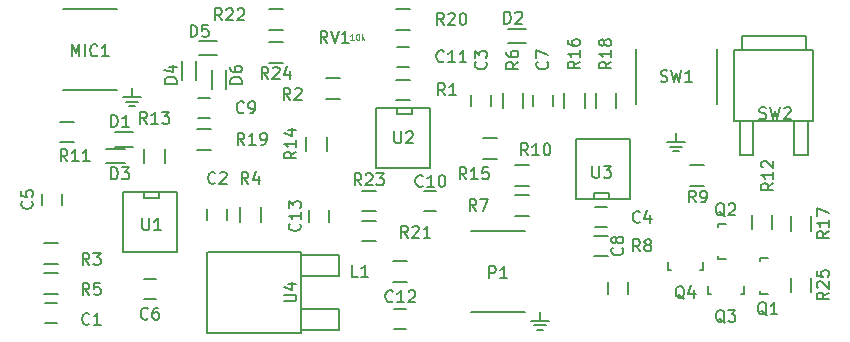
<source format=gbr>
G04 #@! TF.FileFunction,Legend,Top*
%FSLAX46Y46*%
G04 Gerber Fmt 4.6, Leading zero omitted, Abs format (unit mm)*
G04 Created by KiCad (PCBNEW 4.0.4-stable) date Saturday, October 15, 2016 'PMt' 10:10:04 PM*
%MOMM*%
%LPD*%
G01*
G04 APERTURE LIST*
%ADD10C,0.100000*%
%ADD11C,0.200000*%
%ADD12C,0.150000*%
%ADD13C,0.200660*%
%ADD14C,0.124460*%
G04 APERTURE END LIST*
D10*
D11*
X171958000Y-89916000D02*
X172466000Y-89916000D01*
X171704000Y-89535000D02*
X172720000Y-89535000D01*
X171450000Y-89154000D02*
X172974000Y-89154000D01*
X172212000Y-88392000D02*
X172212000Y-89027000D01*
X160655000Y-103505000D02*
X160655000Y-104140000D01*
X159893000Y-104267000D02*
X161417000Y-104267000D01*
X160147000Y-104648000D02*
X161163000Y-104648000D01*
X160401000Y-105029000D02*
X160909000Y-105029000D01*
X125857000Y-86106000D02*
X126365000Y-86106000D01*
X125603000Y-85725000D02*
X126619000Y-85725000D01*
X125349000Y-85344000D02*
X126873000Y-85344000D01*
X126111000Y-84582000D02*
X126111000Y-85217000D01*
D12*
X118753000Y-104482000D02*
X119753000Y-104482000D01*
X119753000Y-102782000D02*
X118753000Y-102782000D01*
X132500000Y-94750000D02*
X132500000Y-95750000D01*
X134200000Y-95750000D02*
X134200000Y-94750000D01*
X156552000Y-86098000D02*
X156552000Y-85098000D01*
X154852000Y-85098000D02*
X154852000Y-86098000D01*
X165362000Y-96354000D02*
X166362000Y-96354000D01*
X166362000Y-94654000D02*
X165362000Y-94654000D01*
X118530000Y-93480000D02*
X118530000Y-94480000D01*
X120230000Y-94480000D02*
X120230000Y-93480000D01*
X127135000Y-102450000D02*
X128135000Y-102450000D01*
X128135000Y-100750000D02*
X127135000Y-100750000D01*
X161759000Y-86098000D02*
X161759000Y-85098000D01*
X160059000Y-85098000D02*
X160059000Y-86098000D01*
X166409000Y-100973000D02*
X166409000Y-101973000D01*
X168109000Y-101973000D02*
X168109000Y-100973000D01*
X132707000Y-85383000D02*
X131707000Y-85383000D01*
X131707000Y-87083000D02*
X132707000Y-87083000D01*
X151884000Y-93257000D02*
X150884000Y-93257000D01*
X150884000Y-94957000D02*
X151884000Y-94957000D01*
X149598000Y-81065000D02*
X148598000Y-81065000D01*
X148598000Y-82765000D02*
X149598000Y-82765000D01*
X149344000Y-103290000D02*
X148344000Y-103290000D01*
X148344000Y-104990000D02*
X149344000Y-104990000D01*
X141136000Y-94877000D02*
X141136000Y-95877000D01*
X142836000Y-95877000D02*
X142836000Y-94877000D01*
X124695000Y-89500000D02*
X126245000Y-89500000D01*
X124695000Y-88300000D02*
X126245000Y-88300000D01*
X157969000Y-80737000D02*
X159519000Y-80737000D01*
X157969000Y-79537000D02*
X159519000Y-79537000D01*
X125495000Y-89697000D02*
X123945000Y-89697000D01*
X125495000Y-90897000D02*
X123945000Y-90897000D01*
X131537000Y-83839000D02*
X131537000Y-82289000D01*
X130337000Y-83839000D02*
X130337000Y-82289000D01*
X131807000Y-81753000D02*
X133357000Y-81753000D01*
X131807000Y-80553000D02*
X133357000Y-80553000D01*
X132877000Y-83039000D02*
X132877000Y-84589000D01*
X134077000Y-83039000D02*
X134077000Y-84589000D01*
X148244000Y-99201000D02*
X149444000Y-99201000D01*
X149444000Y-100951000D02*
X148244000Y-100951000D01*
X124855000Y-77880000D02*
X120255000Y-77880000D01*
X120255000Y-84680000D02*
X124855000Y-84680000D01*
X154799000Y-103476000D02*
X159399000Y-103476000D01*
X159399000Y-96676000D02*
X154799000Y-96676000D01*
X179308760Y-99157840D02*
X179308760Y-99206100D01*
X180009800Y-101956820D02*
X179308760Y-101956820D01*
X179308760Y-101956820D02*
X179308760Y-101707900D01*
X179308760Y-99157840D02*
X179308760Y-98957180D01*
X179308760Y-98957180D02*
X180009800Y-98957180D01*
X175752760Y-96236840D02*
X175752760Y-96285100D01*
X176453800Y-99035820D02*
X175752760Y-99035820D01*
X175752760Y-99035820D02*
X175752760Y-98786900D01*
X175752760Y-96236840D02*
X175752760Y-96036180D01*
X175752760Y-96036180D02*
X176453800Y-96036180D01*
X175103840Y-101996240D02*
X175152100Y-101996240D01*
X177902820Y-101295200D02*
X177902820Y-101996240D01*
X177902820Y-101996240D02*
X177653900Y-101996240D01*
X175103840Y-101996240D02*
X174903180Y-101996240D01*
X174903180Y-101996240D02*
X174903180Y-101295200D01*
X171674840Y-99964240D02*
X171723100Y-99964240D01*
X174473820Y-99263200D02*
X174473820Y-99964240D01*
X174473820Y-99964240D02*
X174224900Y-99964240D01*
X171674840Y-99964240D02*
X171474180Y-99964240D01*
X171474180Y-99964240D02*
X171474180Y-99263200D01*
X149698000Y-85584000D02*
X148498000Y-85584000D01*
X148498000Y-83834000D02*
X149698000Y-83834000D01*
X142529000Y-83707000D02*
X143729000Y-83707000D01*
X143729000Y-85457000D02*
X142529000Y-85457000D01*
X119853000Y-99427000D02*
X118653000Y-99427000D01*
X118653000Y-97677000D02*
X119853000Y-97677000D01*
X137019000Y-94650000D02*
X137019000Y-95850000D01*
X135269000Y-95850000D02*
X135269000Y-94650000D01*
X118653000Y-100217000D02*
X119853000Y-100217000D01*
X119853000Y-101967000D02*
X118653000Y-101967000D01*
X157494000Y-86198000D02*
X157494000Y-84998000D01*
X159244000Y-84998000D02*
X159244000Y-86198000D01*
X159731000Y-95363000D02*
X158531000Y-95363000D01*
X158531000Y-93613000D02*
X159731000Y-93613000D01*
X165262000Y-97042000D02*
X166462000Y-97042000D01*
X166462000Y-98792000D02*
X165262000Y-98792000D01*
X174590000Y-92823000D02*
X173390000Y-92823000D01*
X173390000Y-91073000D02*
X174590000Y-91073000D01*
X157064000Y-90537000D02*
X155864000Y-90537000D01*
X155864000Y-88787000D02*
X157064000Y-88787000D01*
X120050000Y-87390000D02*
X121250000Y-87390000D01*
X121250000Y-89140000D02*
X120050000Y-89140000D01*
X178576000Y-96485000D02*
X178576000Y-95285000D01*
X180326000Y-95285000D02*
X180326000Y-96485000D01*
X128891000Y-89697000D02*
X128891000Y-90897000D01*
X127141000Y-90897000D02*
X127141000Y-89697000D01*
X140857000Y-89881000D02*
X140857000Y-88681000D01*
X142607000Y-88681000D02*
X142607000Y-89881000D01*
X159731000Y-92823000D02*
X158531000Y-92823000D01*
X158531000Y-91073000D02*
X159731000Y-91073000D01*
X164451000Y-84998000D02*
X164451000Y-86198000D01*
X162701000Y-86198000D02*
X162701000Y-84998000D01*
X181878000Y-96612000D02*
X181878000Y-95412000D01*
X183628000Y-95412000D02*
X183628000Y-96612000D01*
X165368000Y-86198000D02*
X165368000Y-84998000D01*
X167118000Y-84998000D02*
X167118000Y-86198000D01*
X132807000Y-89775000D02*
X131607000Y-89775000D01*
X131607000Y-88025000D02*
X132807000Y-88025000D01*
X149698000Y-79615000D02*
X148498000Y-79615000D01*
X148498000Y-77865000D02*
X149698000Y-77865000D01*
X146777000Y-97522000D02*
X145577000Y-97522000D01*
X145577000Y-95772000D02*
X146777000Y-95772000D01*
X138903000Y-79615000D02*
X137703000Y-79615000D01*
X137703000Y-77865000D02*
X138903000Y-77865000D01*
X146777000Y-94982000D02*
X145577000Y-94982000D01*
X145577000Y-93232000D02*
X146777000Y-93232000D01*
X137703000Y-80659000D02*
X138903000Y-80659000D01*
X138903000Y-82409000D02*
X137703000Y-82409000D01*
X183628000Y-100619000D02*
X183628000Y-101819000D01*
X181878000Y-101819000D02*
X181878000Y-100619000D01*
X168812000Y-81266000D02*
X168812000Y-85866000D01*
X175612000Y-85866000D02*
X175612000Y-81266000D01*
X177761900Y-81292700D02*
X177761900Y-80098900D01*
X177761900Y-80098900D02*
X183172100Y-80098900D01*
X183172100Y-80098900D02*
X183172100Y-81305400D01*
X182194200Y-87299800D02*
X182194200Y-90208100D01*
X183337200Y-90208100D02*
X183337200Y-87299800D01*
X182194200Y-90208100D02*
X183337200Y-90208100D01*
X177596800Y-90208100D02*
X178739800Y-90208100D01*
X178739800Y-90208100D02*
X178739800Y-87299800D01*
X177596800Y-87299800D02*
X177596800Y-90208100D01*
X183819800Y-87299800D02*
X183819800Y-81305400D01*
X183819800Y-81305400D02*
X177114200Y-81305400D01*
X177114200Y-81305400D02*
X177114200Y-87299800D01*
X183819800Y-87299800D02*
X177114200Y-87299800D01*
X129921000Y-93345000D02*
X129921000Y-98425000D01*
X129921000Y-98425000D02*
X125349000Y-98425000D01*
X125349000Y-98425000D02*
X125349000Y-93345000D01*
X125349000Y-93345000D02*
X129921000Y-93345000D01*
X128397000Y-93345000D02*
X128397000Y-93853000D01*
X128397000Y-93853000D02*
X127127000Y-93853000D01*
X127127000Y-93853000D02*
X127127000Y-93345000D01*
X151384000Y-86233000D02*
X151384000Y-91313000D01*
X151384000Y-91313000D02*
X146812000Y-91313000D01*
X146812000Y-91313000D02*
X146812000Y-86233000D01*
X146812000Y-86233000D02*
X151384000Y-86233000D01*
X149860000Y-86233000D02*
X149860000Y-86741000D01*
X149860000Y-86741000D02*
X148590000Y-86741000D01*
X148590000Y-86741000D02*
X148590000Y-86233000D01*
X163703000Y-93980000D02*
X163703000Y-88900000D01*
X163703000Y-88900000D02*
X168275000Y-88900000D01*
X168275000Y-88900000D02*
X168275000Y-93980000D01*
X168275000Y-93980000D02*
X163703000Y-93980000D01*
X165227000Y-93980000D02*
X165227000Y-93472000D01*
X165227000Y-93472000D02*
X166497000Y-93472000D01*
X166497000Y-93472000D02*
X166497000Y-93980000D01*
X140462000Y-100457000D02*
X143637000Y-100457000D01*
X143637000Y-100457000D02*
X143637000Y-98679000D01*
X143637000Y-98679000D02*
X140462000Y-98679000D01*
X140462000Y-105029000D02*
X143637000Y-105029000D01*
X143637000Y-105029000D02*
X143637000Y-103251000D01*
X143637000Y-103251000D02*
X140462000Y-103251000D01*
X134366000Y-98425000D02*
X140462000Y-98425000D01*
X140462000Y-98425000D02*
X140462000Y-105283000D01*
X140462000Y-105283000D02*
X132588000Y-105283000D01*
X132461000Y-105283000D02*
X132461000Y-98425000D01*
X132588000Y-98425000D02*
X134366000Y-98425000D01*
X122515334Y-104497143D02*
X122467715Y-104544762D01*
X122324858Y-104592381D01*
X122229620Y-104592381D01*
X122086762Y-104544762D01*
X121991524Y-104449524D01*
X121943905Y-104354286D01*
X121896286Y-104163810D01*
X121896286Y-104020952D01*
X121943905Y-103830476D01*
X121991524Y-103735238D01*
X122086762Y-103640000D01*
X122229620Y-103592381D01*
X122324858Y-103592381D01*
X122467715Y-103640000D01*
X122515334Y-103687619D01*
X123467715Y-104592381D02*
X122896286Y-104592381D01*
X123182000Y-104592381D02*
X123182000Y-103592381D01*
X123086762Y-103735238D01*
X122991524Y-103830476D01*
X122896286Y-103878095D01*
X133183334Y-92559143D02*
X133135715Y-92606762D01*
X132992858Y-92654381D01*
X132897620Y-92654381D01*
X132754762Y-92606762D01*
X132659524Y-92511524D01*
X132611905Y-92416286D01*
X132564286Y-92225810D01*
X132564286Y-92082952D01*
X132611905Y-91892476D01*
X132659524Y-91797238D01*
X132754762Y-91702000D01*
X132897620Y-91654381D01*
X132992858Y-91654381D01*
X133135715Y-91702000D01*
X133183334Y-91749619D01*
X133564286Y-91749619D02*
X133611905Y-91702000D01*
X133707143Y-91654381D01*
X133945239Y-91654381D01*
X134040477Y-91702000D01*
X134088096Y-91749619D01*
X134135715Y-91844857D01*
X134135715Y-91940095D01*
X134088096Y-92082952D01*
X133516667Y-92654381D01*
X134135715Y-92654381D01*
X156059143Y-82335666D02*
X156106762Y-82383285D01*
X156154381Y-82526142D01*
X156154381Y-82621380D01*
X156106762Y-82764238D01*
X156011524Y-82859476D01*
X155916286Y-82907095D01*
X155725810Y-82954714D01*
X155582952Y-82954714D01*
X155392476Y-82907095D01*
X155297238Y-82859476D01*
X155202000Y-82764238D01*
X155154381Y-82621380D01*
X155154381Y-82526142D01*
X155202000Y-82383285D01*
X155249619Y-82335666D01*
X155154381Y-82002333D02*
X155154381Y-81383285D01*
X155535333Y-81716619D01*
X155535333Y-81573761D01*
X155582952Y-81478523D01*
X155630571Y-81430904D01*
X155725810Y-81383285D01*
X155963905Y-81383285D01*
X156059143Y-81430904D01*
X156106762Y-81478523D01*
X156154381Y-81573761D01*
X156154381Y-81859476D01*
X156106762Y-81954714D01*
X156059143Y-82002333D01*
X169124334Y-95861143D02*
X169076715Y-95908762D01*
X168933858Y-95956381D01*
X168838620Y-95956381D01*
X168695762Y-95908762D01*
X168600524Y-95813524D01*
X168552905Y-95718286D01*
X168505286Y-95527810D01*
X168505286Y-95384952D01*
X168552905Y-95194476D01*
X168600524Y-95099238D01*
X168695762Y-95004000D01*
X168838620Y-94956381D01*
X168933858Y-94956381D01*
X169076715Y-95004000D01*
X169124334Y-95051619D01*
X169981477Y-95289714D02*
X169981477Y-95956381D01*
X169743381Y-94908762D02*
X169505286Y-95623048D01*
X170124334Y-95623048D01*
X117637143Y-94146666D02*
X117684762Y-94194285D01*
X117732381Y-94337142D01*
X117732381Y-94432380D01*
X117684762Y-94575238D01*
X117589524Y-94670476D01*
X117494286Y-94718095D01*
X117303810Y-94765714D01*
X117160952Y-94765714D01*
X116970476Y-94718095D01*
X116875238Y-94670476D01*
X116780000Y-94575238D01*
X116732381Y-94432380D01*
X116732381Y-94337142D01*
X116780000Y-94194285D01*
X116827619Y-94146666D01*
X116732381Y-93241904D02*
X116732381Y-93718095D01*
X117208571Y-93765714D01*
X117160952Y-93718095D01*
X117113333Y-93622857D01*
X117113333Y-93384761D01*
X117160952Y-93289523D01*
X117208571Y-93241904D01*
X117303810Y-93194285D01*
X117541905Y-93194285D01*
X117637143Y-93241904D01*
X117684762Y-93289523D01*
X117732381Y-93384761D01*
X117732381Y-93622857D01*
X117684762Y-93718095D01*
X117637143Y-93765714D01*
X127468334Y-104057143D02*
X127420715Y-104104762D01*
X127277858Y-104152381D01*
X127182620Y-104152381D01*
X127039762Y-104104762D01*
X126944524Y-104009524D01*
X126896905Y-103914286D01*
X126849286Y-103723810D01*
X126849286Y-103580952D01*
X126896905Y-103390476D01*
X126944524Y-103295238D01*
X127039762Y-103200000D01*
X127182620Y-103152381D01*
X127277858Y-103152381D01*
X127420715Y-103200000D01*
X127468334Y-103247619D01*
X128325477Y-103152381D02*
X128135000Y-103152381D01*
X128039762Y-103200000D01*
X127992143Y-103247619D01*
X127896905Y-103390476D01*
X127849286Y-103580952D01*
X127849286Y-103961905D01*
X127896905Y-104057143D01*
X127944524Y-104104762D01*
X128039762Y-104152381D01*
X128230239Y-104152381D01*
X128325477Y-104104762D01*
X128373096Y-104057143D01*
X128420715Y-103961905D01*
X128420715Y-103723810D01*
X128373096Y-103628571D01*
X128325477Y-103580952D01*
X128230239Y-103533333D01*
X128039762Y-103533333D01*
X127944524Y-103580952D01*
X127896905Y-103628571D01*
X127849286Y-103723810D01*
X161266143Y-82335666D02*
X161313762Y-82383285D01*
X161361381Y-82526142D01*
X161361381Y-82621380D01*
X161313762Y-82764238D01*
X161218524Y-82859476D01*
X161123286Y-82907095D01*
X160932810Y-82954714D01*
X160789952Y-82954714D01*
X160599476Y-82907095D01*
X160504238Y-82859476D01*
X160409000Y-82764238D01*
X160361381Y-82621380D01*
X160361381Y-82526142D01*
X160409000Y-82383285D01*
X160456619Y-82335666D01*
X160361381Y-82002333D02*
X160361381Y-81335666D01*
X161361381Y-81764238D01*
X167616143Y-98083666D02*
X167663762Y-98131285D01*
X167711381Y-98274142D01*
X167711381Y-98369380D01*
X167663762Y-98512238D01*
X167568524Y-98607476D01*
X167473286Y-98655095D01*
X167282810Y-98702714D01*
X167139952Y-98702714D01*
X166949476Y-98655095D01*
X166854238Y-98607476D01*
X166759000Y-98512238D01*
X166711381Y-98369380D01*
X166711381Y-98274142D01*
X166759000Y-98131285D01*
X166806619Y-98083666D01*
X167139952Y-97512238D02*
X167092333Y-97607476D01*
X167044714Y-97655095D01*
X166949476Y-97702714D01*
X166901857Y-97702714D01*
X166806619Y-97655095D01*
X166759000Y-97607476D01*
X166711381Y-97512238D01*
X166711381Y-97321761D01*
X166759000Y-97226523D01*
X166806619Y-97178904D01*
X166901857Y-97131285D01*
X166949476Y-97131285D01*
X167044714Y-97178904D01*
X167092333Y-97226523D01*
X167139952Y-97321761D01*
X167139952Y-97512238D01*
X167187571Y-97607476D01*
X167235190Y-97655095D01*
X167330429Y-97702714D01*
X167520905Y-97702714D01*
X167616143Y-97655095D01*
X167663762Y-97607476D01*
X167711381Y-97512238D01*
X167711381Y-97321761D01*
X167663762Y-97226523D01*
X167616143Y-97178904D01*
X167520905Y-97131285D01*
X167330429Y-97131285D01*
X167235190Y-97178904D01*
X167187571Y-97226523D01*
X167139952Y-97321761D01*
X135596334Y-86590143D02*
X135548715Y-86637762D01*
X135405858Y-86685381D01*
X135310620Y-86685381D01*
X135167762Y-86637762D01*
X135072524Y-86542524D01*
X135024905Y-86447286D01*
X134977286Y-86256810D01*
X134977286Y-86113952D01*
X135024905Y-85923476D01*
X135072524Y-85828238D01*
X135167762Y-85733000D01*
X135310620Y-85685381D01*
X135405858Y-85685381D01*
X135548715Y-85733000D01*
X135596334Y-85780619D01*
X136072524Y-86685381D02*
X136263000Y-86685381D01*
X136358239Y-86637762D01*
X136405858Y-86590143D01*
X136501096Y-86447286D01*
X136548715Y-86256810D01*
X136548715Y-85875857D01*
X136501096Y-85780619D01*
X136453477Y-85733000D01*
X136358239Y-85685381D01*
X136167762Y-85685381D01*
X136072524Y-85733000D01*
X136024905Y-85780619D01*
X135977286Y-85875857D01*
X135977286Y-86113952D01*
X136024905Y-86209190D01*
X136072524Y-86256810D01*
X136167762Y-86304429D01*
X136358239Y-86304429D01*
X136453477Y-86256810D01*
X136501096Y-86209190D01*
X136548715Y-86113952D01*
X150741143Y-92813143D02*
X150693524Y-92860762D01*
X150550667Y-92908381D01*
X150455429Y-92908381D01*
X150312571Y-92860762D01*
X150217333Y-92765524D01*
X150169714Y-92670286D01*
X150122095Y-92479810D01*
X150122095Y-92336952D01*
X150169714Y-92146476D01*
X150217333Y-92051238D01*
X150312571Y-91956000D01*
X150455429Y-91908381D01*
X150550667Y-91908381D01*
X150693524Y-91956000D01*
X150741143Y-92003619D01*
X151693524Y-92908381D02*
X151122095Y-92908381D01*
X151407809Y-92908381D02*
X151407809Y-91908381D01*
X151312571Y-92051238D01*
X151217333Y-92146476D01*
X151122095Y-92194095D01*
X152312571Y-91908381D02*
X152407810Y-91908381D01*
X152503048Y-91956000D01*
X152550667Y-92003619D01*
X152598286Y-92098857D01*
X152645905Y-92289333D01*
X152645905Y-92527429D01*
X152598286Y-92717905D01*
X152550667Y-92813143D01*
X152503048Y-92860762D01*
X152407810Y-92908381D01*
X152312571Y-92908381D01*
X152217333Y-92860762D01*
X152169714Y-92813143D01*
X152122095Y-92717905D01*
X152074476Y-92527429D01*
X152074476Y-92289333D01*
X152122095Y-92098857D01*
X152169714Y-92003619D01*
X152217333Y-91956000D01*
X152312571Y-91908381D01*
X152519143Y-82272143D02*
X152471524Y-82319762D01*
X152328667Y-82367381D01*
X152233429Y-82367381D01*
X152090571Y-82319762D01*
X151995333Y-82224524D01*
X151947714Y-82129286D01*
X151900095Y-81938810D01*
X151900095Y-81795952D01*
X151947714Y-81605476D01*
X151995333Y-81510238D01*
X152090571Y-81415000D01*
X152233429Y-81367381D01*
X152328667Y-81367381D01*
X152471524Y-81415000D01*
X152519143Y-81462619D01*
X153471524Y-82367381D02*
X152900095Y-82367381D01*
X153185809Y-82367381D02*
X153185809Y-81367381D01*
X153090571Y-81510238D01*
X152995333Y-81605476D01*
X152900095Y-81653095D01*
X154423905Y-82367381D02*
X153852476Y-82367381D01*
X154138190Y-82367381D02*
X154138190Y-81367381D01*
X154042952Y-81510238D01*
X153947714Y-81605476D01*
X153852476Y-81653095D01*
X148201143Y-102592143D02*
X148153524Y-102639762D01*
X148010667Y-102687381D01*
X147915429Y-102687381D01*
X147772571Y-102639762D01*
X147677333Y-102544524D01*
X147629714Y-102449286D01*
X147582095Y-102258810D01*
X147582095Y-102115952D01*
X147629714Y-101925476D01*
X147677333Y-101830238D01*
X147772571Y-101735000D01*
X147915429Y-101687381D01*
X148010667Y-101687381D01*
X148153524Y-101735000D01*
X148201143Y-101782619D01*
X149153524Y-102687381D02*
X148582095Y-102687381D01*
X148867809Y-102687381D02*
X148867809Y-101687381D01*
X148772571Y-101830238D01*
X148677333Y-101925476D01*
X148582095Y-101973095D01*
X149534476Y-101782619D02*
X149582095Y-101735000D01*
X149677333Y-101687381D01*
X149915429Y-101687381D01*
X150010667Y-101735000D01*
X150058286Y-101782619D01*
X150105905Y-101877857D01*
X150105905Y-101973095D01*
X150058286Y-102115952D01*
X149486857Y-102687381D01*
X150105905Y-102687381D01*
X140311143Y-96019857D02*
X140358762Y-96067476D01*
X140406381Y-96210333D01*
X140406381Y-96305571D01*
X140358762Y-96448429D01*
X140263524Y-96543667D01*
X140168286Y-96591286D01*
X139977810Y-96638905D01*
X139834952Y-96638905D01*
X139644476Y-96591286D01*
X139549238Y-96543667D01*
X139454000Y-96448429D01*
X139406381Y-96305571D01*
X139406381Y-96210333D01*
X139454000Y-96067476D01*
X139501619Y-96019857D01*
X140406381Y-95067476D02*
X140406381Y-95638905D01*
X140406381Y-95353191D02*
X139406381Y-95353191D01*
X139549238Y-95448429D01*
X139644476Y-95543667D01*
X139692095Y-95638905D01*
X139406381Y-94734143D02*
X139406381Y-94115095D01*
X139787333Y-94448429D01*
X139787333Y-94305571D01*
X139834952Y-94210333D01*
X139882571Y-94162714D01*
X139977810Y-94115095D01*
X140215905Y-94115095D01*
X140311143Y-94162714D01*
X140358762Y-94210333D01*
X140406381Y-94305571D01*
X140406381Y-94591286D01*
X140358762Y-94686524D01*
X140311143Y-94734143D01*
X124356905Y-87828381D02*
X124356905Y-86828381D01*
X124595000Y-86828381D01*
X124737858Y-86876000D01*
X124833096Y-86971238D01*
X124880715Y-87066476D01*
X124928334Y-87256952D01*
X124928334Y-87399810D01*
X124880715Y-87590286D01*
X124833096Y-87685524D01*
X124737858Y-87780762D01*
X124595000Y-87828381D01*
X124356905Y-87828381D01*
X125880715Y-87828381D02*
X125309286Y-87828381D01*
X125595000Y-87828381D02*
X125595000Y-86828381D01*
X125499762Y-86971238D01*
X125404524Y-87066476D01*
X125309286Y-87114095D01*
X157630905Y-79089381D02*
X157630905Y-78089381D01*
X157869000Y-78089381D01*
X158011858Y-78137000D01*
X158107096Y-78232238D01*
X158154715Y-78327476D01*
X158202334Y-78517952D01*
X158202334Y-78660810D01*
X158154715Y-78851286D01*
X158107096Y-78946524D01*
X158011858Y-79041762D01*
X157869000Y-79089381D01*
X157630905Y-79089381D01*
X158583286Y-78184619D02*
X158630905Y-78137000D01*
X158726143Y-78089381D01*
X158964239Y-78089381D01*
X159059477Y-78137000D01*
X159107096Y-78184619D01*
X159154715Y-78279857D01*
X159154715Y-78375095D01*
X159107096Y-78517952D01*
X158535667Y-79089381D01*
X159154715Y-79089381D01*
X124356905Y-92273381D02*
X124356905Y-91273381D01*
X124595000Y-91273381D01*
X124737858Y-91321000D01*
X124833096Y-91416238D01*
X124880715Y-91511476D01*
X124928334Y-91701952D01*
X124928334Y-91844810D01*
X124880715Y-92035286D01*
X124833096Y-92130524D01*
X124737858Y-92225762D01*
X124595000Y-92273381D01*
X124356905Y-92273381D01*
X125261667Y-91273381D02*
X125880715Y-91273381D01*
X125547381Y-91654333D01*
X125690239Y-91654333D01*
X125785477Y-91701952D01*
X125833096Y-91749571D01*
X125880715Y-91844810D01*
X125880715Y-92082905D01*
X125833096Y-92178143D01*
X125785477Y-92225762D01*
X125690239Y-92273381D01*
X125404524Y-92273381D01*
X125309286Y-92225762D01*
X125261667Y-92178143D01*
X129889381Y-84177095D02*
X128889381Y-84177095D01*
X128889381Y-83939000D01*
X128937000Y-83796142D01*
X129032238Y-83700904D01*
X129127476Y-83653285D01*
X129317952Y-83605666D01*
X129460810Y-83605666D01*
X129651286Y-83653285D01*
X129746524Y-83700904D01*
X129841762Y-83796142D01*
X129889381Y-83939000D01*
X129889381Y-84177095D01*
X129222714Y-82748523D02*
X129889381Y-82748523D01*
X128841762Y-82986619D02*
X129556048Y-83224714D01*
X129556048Y-82605666D01*
X131087905Y-80208381D02*
X131087905Y-79208381D01*
X131326000Y-79208381D01*
X131468858Y-79256000D01*
X131564096Y-79351238D01*
X131611715Y-79446476D01*
X131659334Y-79636952D01*
X131659334Y-79779810D01*
X131611715Y-79970286D01*
X131564096Y-80065524D01*
X131468858Y-80160762D01*
X131326000Y-80208381D01*
X131087905Y-80208381D01*
X132564096Y-79208381D02*
X132087905Y-79208381D01*
X132040286Y-79684571D01*
X132087905Y-79636952D01*
X132183143Y-79589333D01*
X132421239Y-79589333D01*
X132516477Y-79636952D01*
X132564096Y-79684571D01*
X132611715Y-79779810D01*
X132611715Y-80017905D01*
X132564096Y-80113143D01*
X132516477Y-80160762D01*
X132421239Y-80208381D01*
X132183143Y-80208381D01*
X132087905Y-80160762D01*
X132040286Y-80113143D01*
X135429381Y-84177095D02*
X134429381Y-84177095D01*
X134429381Y-83939000D01*
X134477000Y-83796142D01*
X134572238Y-83700904D01*
X134667476Y-83653285D01*
X134857952Y-83605666D01*
X135000810Y-83605666D01*
X135191286Y-83653285D01*
X135286524Y-83700904D01*
X135381762Y-83796142D01*
X135429381Y-83939000D01*
X135429381Y-84177095D01*
X134429381Y-82748523D02*
X134429381Y-82939000D01*
X134477000Y-83034238D01*
X134524619Y-83081857D01*
X134667476Y-83177095D01*
X134857952Y-83224714D01*
X135238905Y-83224714D01*
X135334143Y-83177095D01*
X135381762Y-83129476D01*
X135429381Y-83034238D01*
X135429381Y-82843761D01*
X135381762Y-82748523D01*
X135334143Y-82700904D01*
X135238905Y-82653285D01*
X135000810Y-82653285D01*
X134905571Y-82700904D01*
X134857952Y-82748523D01*
X134810333Y-82843761D01*
X134810333Y-83034238D01*
X134857952Y-83129476D01*
X134905571Y-83177095D01*
X135000810Y-83224714D01*
X145248334Y-100528381D02*
X144772143Y-100528381D01*
X144772143Y-99528381D01*
X146105477Y-100528381D02*
X145534048Y-100528381D01*
X145819762Y-100528381D02*
X145819762Y-99528381D01*
X145724524Y-99671238D01*
X145629286Y-99766476D01*
X145534048Y-99814095D01*
X121007381Y-81859381D02*
X121007381Y-80859381D01*
X121340715Y-81573667D01*
X121674048Y-80859381D01*
X121674048Y-81859381D01*
X122150238Y-81859381D02*
X122150238Y-80859381D01*
X123197857Y-81764143D02*
X123150238Y-81811762D01*
X123007381Y-81859381D01*
X122912143Y-81859381D01*
X122769285Y-81811762D01*
X122674047Y-81716524D01*
X122626428Y-81621286D01*
X122578809Y-81430810D01*
X122578809Y-81287952D01*
X122626428Y-81097476D01*
X122674047Y-81002238D01*
X122769285Y-80907000D01*
X122912143Y-80859381D01*
X123007381Y-80859381D01*
X123150238Y-80907000D01*
X123197857Y-80954619D01*
X124150238Y-81859381D02*
X123578809Y-81859381D01*
X123864523Y-81859381D02*
X123864523Y-80859381D01*
X123769285Y-81002238D01*
X123674047Y-81097476D01*
X123578809Y-81145095D01*
X156360905Y-100655381D02*
X156360905Y-99655381D01*
X156741858Y-99655381D01*
X156837096Y-99703000D01*
X156884715Y-99750619D01*
X156932334Y-99845857D01*
X156932334Y-99988714D01*
X156884715Y-100083952D01*
X156837096Y-100131571D01*
X156741858Y-100179190D01*
X156360905Y-100179190D01*
X157884715Y-100655381D02*
X157313286Y-100655381D01*
X157599000Y-100655381D02*
X157599000Y-99655381D01*
X157503762Y-99798238D01*
X157408524Y-99893476D01*
X157313286Y-99941095D01*
X179863762Y-103798619D02*
X179768524Y-103751000D01*
X179673286Y-103655762D01*
X179530429Y-103512905D01*
X179435190Y-103465286D01*
X179339952Y-103465286D01*
X179387571Y-103703381D02*
X179292333Y-103655762D01*
X179197095Y-103560524D01*
X179149476Y-103370048D01*
X179149476Y-103036714D01*
X179197095Y-102846238D01*
X179292333Y-102751000D01*
X179387571Y-102703381D01*
X179578048Y-102703381D01*
X179673286Y-102751000D01*
X179768524Y-102846238D01*
X179816143Y-103036714D01*
X179816143Y-103370048D01*
X179768524Y-103560524D01*
X179673286Y-103655762D01*
X179578048Y-103703381D01*
X179387571Y-103703381D01*
X180768524Y-103703381D02*
X180197095Y-103703381D01*
X180482809Y-103703381D02*
X180482809Y-102703381D01*
X180387571Y-102846238D01*
X180292333Y-102941476D01*
X180197095Y-102989095D01*
X176307762Y-95416619D02*
X176212524Y-95369000D01*
X176117286Y-95273762D01*
X175974429Y-95130905D01*
X175879190Y-95083286D01*
X175783952Y-95083286D01*
X175831571Y-95321381D02*
X175736333Y-95273762D01*
X175641095Y-95178524D01*
X175593476Y-94988048D01*
X175593476Y-94654714D01*
X175641095Y-94464238D01*
X175736333Y-94369000D01*
X175831571Y-94321381D01*
X176022048Y-94321381D01*
X176117286Y-94369000D01*
X176212524Y-94464238D01*
X176260143Y-94654714D01*
X176260143Y-94988048D01*
X176212524Y-95178524D01*
X176117286Y-95273762D01*
X176022048Y-95321381D01*
X175831571Y-95321381D01*
X176641095Y-94416619D02*
X176688714Y-94369000D01*
X176783952Y-94321381D01*
X177022048Y-94321381D01*
X177117286Y-94369000D01*
X177164905Y-94416619D01*
X177212524Y-94511857D01*
X177212524Y-94607095D01*
X177164905Y-94749952D01*
X176593476Y-95321381D01*
X177212524Y-95321381D01*
X176307762Y-104433619D02*
X176212524Y-104386000D01*
X176117286Y-104290762D01*
X175974429Y-104147905D01*
X175879190Y-104100286D01*
X175783952Y-104100286D01*
X175831571Y-104338381D02*
X175736333Y-104290762D01*
X175641095Y-104195524D01*
X175593476Y-104005048D01*
X175593476Y-103671714D01*
X175641095Y-103481238D01*
X175736333Y-103386000D01*
X175831571Y-103338381D01*
X176022048Y-103338381D01*
X176117286Y-103386000D01*
X176212524Y-103481238D01*
X176260143Y-103671714D01*
X176260143Y-104005048D01*
X176212524Y-104195524D01*
X176117286Y-104290762D01*
X176022048Y-104338381D01*
X175831571Y-104338381D01*
X176593476Y-103338381D02*
X177212524Y-103338381D01*
X176879190Y-103719333D01*
X177022048Y-103719333D01*
X177117286Y-103766952D01*
X177164905Y-103814571D01*
X177212524Y-103909810D01*
X177212524Y-104147905D01*
X177164905Y-104243143D01*
X177117286Y-104290762D01*
X177022048Y-104338381D01*
X176736333Y-104338381D01*
X176641095Y-104290762D01*
X176593476Y-104243143D01*
X172878762Y-102401619D02*
X172783524Y-102354000D01*
X172688286Y-102258762D01*
X172545429Y-102115905D01*
X172450190Y-102068286D01*
X172354952Y-102068286D01*
X172402571Y-102306381D02*
X172307333Y-102258762D01*
X172212095Y-102163524D01*
X172164476Y-101973048D01*
X172164476Y-101639714D01*
X172212095Y-101449238D01*
X172307333Y-101354000D01*
X172402571Y-101306381D01*
X172593048Y-101306381D01*
X172688286Y-101354000D01*
X172783524Y-101449238D01*
X172831143Y-101639714D01*
X172831143Y-101973048D01*
X172783524Y-102163524D01*
X172688286Y-102258762D01*
X172593048Y-102306381D01*
X172402571Y-102306381D01*
X173688286Y-101639714D02*
X173688286Y-102306381D01*
X173450190Y-101258762D02*
X173212095Y-101973048D01*
X173831143Y-101973048D01*
X152614334Y-85161381D02*
X152281000Y-84685190D01*
X152042905Y-85161381D02*
X152042905Y-84161381D01*
X152423858Y-84161381D01*
X152519096Y-84209000D01*
X152566715Y-84256619D01*
X152614334Y-84351857D01*
X152614334Y-84494714D01*
X152566715Y-84589952D01*
X152519096Y-84637571D01*
X152423858Y-84685190D01*
X152042905Y-84685190D01*
X153566715Y-85161381D02*
X152995286Y-85161381D01*
X153281000Y-85161381D02*
X153281000Y-84161381D01*
X153185762Y-84304238D01*
X153090524Y-84399476D01*
X152995286Y-84447095D01*
X139533334Y-85542381D02*
X139200000Y-85066190D01*
X138961905Y-85542381D02*
X138961905Y-84542381D01*
X139342858Y-84542381D01*
X139438096Y-84590000D01*
X139485715Y-84637619D01*
X139533334Y-84732857D01*
X139533334Y-84875714D01*
X139485715Y-84970952D01*
X139438096Y-85018571D01*
X139342858Y-85066190D01*
X138961905Y-85066190D01*
X139914286Y-84637619D02*
X139961905Y-84590000D01*
X140057143Y-84542381D01*
X140295239Y-84542381D01*
X140390477Y-84590000D01*
X140438096Y-84637619D01*
X140485715Y-84732857D01*
X140485715Y-84828095D01*
X140438096Y-84970952D01*
X139866667Y-85542381D01*
X140485715Y-85542381D01*
X122515334Y-99512381D02*
X122182000Y-99036190D01*
X121943905Y-99512381D02*
X121943905Y-98512381D01*
X122324858Y-98512381D01*
X122420096Y-98560000D01*
X122467715Y-98607619D01*
X122515334Y-98702857D01*
X122515334Y-98845714D01*
X122467715Y-98940952D01*
X122420096Y-98988571D01*
X122324858Y-99036190D01*
X121943905Y-99036190D01*
X122848667Y-98512381D02*
X123467715Y-98512381D01*
X123134381Y-98893333D01*
X123277239Y-98893333D01*
X123372477Y-98940952D01*
X123420096Y-98988571D01*
X123467715Y-99083810D01*
X123467715Y-99321905D01*
X123420096Y-99417143D01*
X123372477Y-99464762D01*
X123277239Y-99512381D01*
X122991524Y-99512381D01*
X122896286Y-99464762D01*
X122848667Y-99417143D01*
X135977334Y-92654381D02*
X135644000Y-92178190D01*
X135405905Y-92654381D02*
X135405905Y-91654381D01*
X135786858Y-91654381D01*
X135882096Y-91702000D01*
X135929715Y-91749619D01*
X135977334Y-91844857D01*
X135977334Y-91987714D01*
X135929715Y-92082952D01*
X135882096Y-92130571D01*
X135786858Y-92178190D01*
X135405905Y-92178190D01*
X136834477Y-91987714D02*
X136834477Y-92654381D01*
X136596381Y-91606762D02*
X136358286Y-92321048D01*
X136977334Y-92321048D01*
X122515334Y-102052381D02*
X122182000Y-101576190D01*
X121943905Y-102052381D02*
X121943905Y-101052381D01*
X122324858Y-101052381D01*
X122420096Y-101100000D01*
X122467715Y-101147619D01*
X122515334Y-101242857D01*
X122515334Y-101385714D01*
X122467715Y-101480952D01*
X122420096Y-101528571D01*
X122324858Y-101576190D01*
X121943905Y-101576190D01*
X123420096Y-101052381D02*
X122943905Y-101052381D01*
X122896286Y-101528571D01*
X122943905Y-101480952D01*
X123039143Y-101433333D01*
X123277239Y-101433333D01*
X123372477Y-101480952D01*
X123420096Y-101528571D01*
X123467715Y-101623810D01*
X123467715Y-101861905D01*
X123420096Y-101957143D01*
X123372477Y-102004762D01*
X123277239Y-102052381D01*
X123039143Y-102052381D01*
X122943905Y-102004762D01*
X122896286Y-101957143D01*
X158821381Y-82335666D02*
X158345190Y-82669000D01*
X158821381Y-82907095D02*
X157821381Y-82907095D01*
X157821381Y-82526142D01*
X157869000Y-82430904D01*
X157916619Y-82383285D01*
X158011857Y-82335666D01*
X158154714Y-82335666D01*
X158249952Y-82383285D01*
X158297571Y-82430904D01*
X158345190Y-82526142D01*
X158345190Y-82907095D01*
X157821381Y-81478523D02*
X157821381Y-81669000D01*
X157869000Y-81764238D01*
X157916619Y-81811857D01*
X158059476Y-81907095D01*
X158249952Y-81954714D01*
X158630905Y-81954714D01*
X158726143Y-81907095D01*
X158773762Y-81859476D01*
X158821381Y-81764238D01*
X158821381Y-81573761D01*
X158773762Y-81478523D01*
X158726143Y-81430904D01*
X158630905Y-81383285D01*
X158392810Y-81383285D01*
X158297571Y-81430904D01*
X158249952Y-81478523D01*
X158202333Y-81573761D01*
X158202333Y-81764238D01*
X158249952Y-81859476D01*
X158297571Y-81907095D01*
X158392810Y-81954714D01*
X155281334Y-94940381D02*
X154948000Y-94464190D01*
X154709905Y-94940381D02*
X154709905Y-93940381D01*
X155090858Y-93940381D01*
X155186096Y-93988000D01*
X155233715Y-94035619D01*
X155281334Y-94130857D01*
X155281334Y-94273714D01*
X155233715Y-94368952D01*
X155186096Y-94416571D01*
X155090858Y-94464190D01*
X154709905Y-94464190D01*
X155614667Y-93940381D02*
X156281334Y-93940381D01*
X155852762Y-94940381D01*
X169124334Y-98369381D02*
X168791000Y-97893190D01*
X168552905Y-98369381D02*
X168552905Y-97369381D01*
X168933858Y-97369381D01*
X169029096Y-97417000D01*
X169076715Y-97464619D01*
X169124334Y-97559857D01*
X169124334Y-97702714D01*
X169076715Y-97797952D01*
X169029096Y-97845571D01*
X168933858Y-97893190D01*
X168552905Y-97893190D01*
X169695762Y-97797952D02*
X169600524Y-97750333D01*
X169552905Y-97702714D01*
X169505286Y-97607476D01*
X169505286Y-97559857D01*
X169552905Y-97464619D01*
X169600524Y-97417000D01*
X169695762Y-97369381D01*
X169886239Y-97369381D01*
X169981477Y-97417000D01*
X170029096Y-97464619D01*
X170076715Y-97559857D01*
X170076715Y-97607476D01*
X170029096Y-97702714D01*
X169981477Y-97750333D01*
X169886239Y-97797952D01*
X169695762Y-97797952D01*
X169600524Y-97845571D01*
X169552905Y-97893190D01*
X169505286Y-97988429D01*
X169505286Y-98178905D01*
X169552905Y-98274143D01*
X169600524Y-98321762D01*
X169695762Y-98369381D01*
X169886239Y-98369381D01*
X169981477Y-98321762D01*
X170029096Y-98274143D01*
X170076715Y-98178905D01*
X170076715Y-97988429D01*
X170029096Y-97893190D01*
X169981477Y-97845571D01*
X169886239Y-97797952D01*
X173848734Y-94229181D02*
X173515400Y-93752990D01*
X173277305Y-94229181D02*
X173277305Y-93229181D01*
X173658258Y-93229181D01*
X173753496Y-93276800D01*
X173801115Y-93324419D01*
X173848734Y-93419657D01*
X173848734Y-93562514D01*
X173801115Y-93657752D01*
X173753496Y-93705371D01*
X173658258Y-93752990D01*
X173277305Y-93752990D01*
X174324924Y-94229181D02*
X174515400Y-94229181D01*
X174610639Y-94181562D01*
X174658258Y-94133943D01*
X174753496Y-93991086D01*
X174801115Y-93800610D01*
X174801115Y-93419657D01*
X174753496Y-93324419D01*
X174705877Y-93276800D01*
X174610639Y-93229181D01*
X174420162Y-93229181D01*
X174324924Y-93276800D01*
X174277305Y-93324419D01*
X174229686Y-93419657D01*
X174229686Y-93657752D01*
X174277305Y-93752990D01*
X174324924Y-93800610D01*
X174420162Y-93848229D01*
X174610639Y-93848229D01*
X174705877Y-93800610D01*
X174753496Y-93752990D01*
X174801115Y-93657752D01*
X159631143Y-90241381D02*
X159297809Y-89765190D01*
X159059714Y-90241381D02*
X159059714Y-89241381D01*
X159440667Y-89241381D01*
X159535905Y-89289000D01*
X159583524Y-89336619D01*
X159631143Y-89431857D01*
X159631143Y-89574714D01*
X159583524Y-89669952D01*
X159535905Y-89717571D01*
X159440667Y-89765190D01*
X159059714Y-89765190D01*
X160583524Y-90241381D02*
X160012095Y-90241381D01*
X160297809Y-90241381D02*
X160297809Y-89241381D01*
X160202571Y-89384238D01*
X160107333Y-89479476D01*
X160012095Y-89527095D01*
X161202571Y-89241381D02*
X161297810Y-89241381D01*
X161393048Y-89289000D01*
X161440667Y-89336619D01*
X161488286Y-89431857D01*
X161535905Y-89622333D01*
X161535905Y-89860429D01*
X161488286Y-90050905D01*
X161440667Y-90146143D01*
X161393048Y-90193762D01*
X161297810Y-90241381D01*
X161202571Y-90241381D01*
X161107333Y-90193762D01*
X161059714Y-90146143D01*
X161012095Y-90050905D01*
X160964476Y-89860429D01*
X160964476Y-89622333D01*
X161012095Y-89431857D01*
X161059714Y-89336619D01*
X161107333Y-89289000D01*
X161202571Y-89241381D01*
X120642143Y-90749381D02*
X120308809Y-90273190D01*
X120070714Y-90749381D02*
X120070714Y-89749381D01*
X120451667Y-89749381D01*
X120546905Y-89797000D01*
X120594524Y-89844619D01*
X120642143Y-89939857D01*
X120642143Y-90082714D01*
X120594524Y-90177952D01*
X120546905Y-90225571D01*
X120451667Y-90273190D01*
X120070714Y-90273190D01*
X121594524Y-90749381D02*
X121023095Y-90749381D01*
X121308809Y-90749381D02*
X121308809Y-89749381D01*
X121213571Y-89892238D01*
X121118333Y-89987476D01*
X121023095Y-90035095D01*
X122546905Y-90749381D02*
X121975476Y-90749381D01*
X122261190Y-90749381D02*
X122261190Y-89749381D01*
X122165952Y-89892238D01*
X122070714Y-89987476D01*
X121975476Y-90035095D01*
X180411381Y-92590857D02*
X179935190Y-92924191D01*
X180411381Y-93162286D02*
X179411381Y-93162286D01*
X179411381Y-92781333D01*
X179459000Y-92686095D01*
X179506619Y-92638476D01*
X179601857Y-92590857D01*
X179744714Y-92590857D01*
X179839952Y-92638476D01*
X179887571Y-92686095D01*
X179935190Y-92781333D01*
X179935190Y-93162286D01*
X180411381Y-91638476D02*
X180411381Y-92209905D01*
X180411381Y-91924191D02*
X179411381Y-91924191D01*
X179554238Y-92019429D01*
X179649476Y-92114667D01*
X179697095Y-92209905D01*
X179506619Y-91257524D02*
X179459000Y-91209905D01*
X179411381Y-91114667D01*
X179411381Y-90876571D01*
X179459000Y-90781333D01*
X179506619Y-90733714D01*
X179601857Y-90686095D01*
X179697095Y-90686095D01*
X179839952Y-90733714D01*
X180411381Y-91305143D01*
X180411381Y-90686095D01*
X127373143Y-87574381D02*
X127039809Y-87098190D01*
X126801714Y-87574381D02*
X126801714Y-86574381D01*
X127182667Y-86574381D01*
X127277905Y-86622000D01*
X127325524Y-86669619D01*
X127373143Y-86764857D01*
X127373143Y-86907714D01*
X127325524Y-87002952D01*
X127277905Y-87050571D01*
X127182667Y-87098190D01*
X126801714Y-87098190D01*
X128325524Y-87574381D02*
X127754095Y-87574381D01*
X128039809Y-87574381D02*
X128039809Y-86574381D01*
X127944571Y-86717238D01*
X127849333Y-86812476D01*
X127754095Y-86860095D01*
X128658857Y-86574381D02*
X129277905Y-86574381D01*
X128944571Y-86955333D01*
X129087429Y-86955333D01*
X129182667Y-87002952D01*
X129230286Y-87050571D01*
X129277905Y-87145810D01*
X129277905Y-87383905D01*
X129230286Y-87479143D01*
X129182667Y-87526762D01*
X129087429Y-87574381D01*
X128801714Y-87574381D01*
X128706476Y-87526762D01*
X128658857Y-87479143D01*
X140025381Y-89923857D02*
X139549190Y-90257191D01*
X140025381Y-90495286D02*
X139025381Y-90495286D01*
X139025381Y-90114333D01*
X139073000Y-90019095D01*
X139120619Y-89971476D01*
X139215857Y-89923857D01*
X139358714Y-89923857D01*
X139453952Y-89971476D01*
X139501571Y-90019095D01*
X139549190Y-90114333D01*
X139549190Y-90495286D01*
X140025381Y-88971476D02*
X140025381Y-89542905D01*
X140025381Y-89257191D02*
X139025381Y-89257191D01*
X139168238Y-89352429D01*
X139263476Y-89447667D01*
X139311095Y-89542905D01*
X139358714Y-88114333D02*
X140025381Y-88114333D01*
X138977762Y-88352429D02*
X139692048Y-88590524D01*
X139692048Y-87971476D01*
X154424143Y-92273381D02*
X154090809Y-91797190D01*
X153852714Y-92273381D02*
X153852714Y-91273381D01*
X154233667Y-91273381D01*
X154328905Y-91321000D01*
X154376524Y-91368619D01*
X154424143Y-91463857D01*
X154424143Y-91606714D01*
X154376524Y-91701952D01*
X154328905Y-91749571D01*
X154233667Y-91797190D01*
X153852714Y-91797190D01*
X155376524Y-92273381D02*
X154805095Y-92273381D01*
X155090809Y-92273381D02*
X155090809Y-91273381D01*
X154995571Y-91416238D01*
X154900333Y-91511476D01*
X154805095Y-91559095D01*
X156281286Y-91273381D02*
X155805095Y-91273381D01*
X155757476Y-91749571D01*
X155805095Y-91701952D01*
X155900333Y-91654333D01*
X156138429Y-91654333D01*
X156233667Y-91701952D01*
X156281286Y-91749571D01*
X156328905Y-91844810D01*
X156328905Y-92082905D01*
X156281286Y-92178143D01*
X156233667Y-92225762D01*
X156138429Y-92273381D01*
X155900333Y-92273381D01*
X155805095Y-92225762D01*
X155757476Y-92178143D01*
X164028381Y-82303857D02*
X163552190Y-82637191D01*
X164028381Y-82875286D02*
X163028381Y-82875286D01*
X163028381Y-82494333D01*
X163076000Y-82399095D01*
X163123619Y-82351476D01*
X163218857Y-82303857D01*
X163361714Y-82303857D01*
X163456952Y-82351476D01*
X163504571Y-82399095D01*
X163552190Y-82494333D01*
X163552190Y-82875286D01*
X164028381Y-81351476D02*
X164028381Y-81922905D01*
X164028381Y-81637191D02*
X163028381Y-81637191D01*
X163171238Y-81732429D01*
X163266476Y-81827667D01*
X163314095Y-81922905D01*
X163028381Y-80494333D02*
X163028381Y-80684810D01*
X163076000Y-80780048D01*
X163123619Y-80827667D01*
X163266476Y-80922905D01*
X163456952Y-80970524D01*
X163837905Y-80970524D01*
X163933143Y-80922905D01*
X163980762Y-80875286D01*
X164028381Y-80780048D01*
X164028381Y-80589571D01*
X163980762Y-80494333D01*
X163933143Y-80446714D01*
X163837905Y-80399095D01*
X163599810Y-80399095D01*
X163504571Y-80446714D01*
X163456952Y-80494333D01*
X163409333Y-80589571D01*
X163409333Y-80780048D01*
X163456952Y-80875286D01*
X163504571Y-80922905D01*
X163599810Y-80970524D01*
X185110381Y-96654857D02*
X184634190Y-96988191D01*
X185110381Y-97226286D02*
X184110381Y-97226286D01*
X184110381Y-96845333D01*
X184158000Y-96750095D01*
X184205619Y-96702476D01*
X184300857Y-96654857D01*
X184443714Y-96654857D01*
X184538952Y-96702476D01*
X184586571Y-96750095D01*
X184634190Y-96845333D01*
X184634190Y-97226286D01*
X185110381Y-95702476D02*
X185110381Y-96273905D01*
X185110381Y-95988191D02*
X184110381Y-95988191D01*
X184253238Y-96083429D01*
X184348476Y-96178667D01*
X184396095Y-96273905D01*
X184110381Y-95369143D02*
X184110381Y-94702476D01*
X185110381Y-95131048D01*
X166695381Y-82303857D02*
X166219190Y-82637191D01*
X166695381Y-82875286D02*
X165695381Y-82875286D01*
X165695381Y-82494333D01*
X165743000Y-82399095D01*
X165790619Y-82351476D01*
X165885857Y-82303857D01*
X166028714Y-82303857D01*
X166123952Y-82351476D01*
X166171571Y-82399095D01*
X166219190Y-82494333D01*
X166219190Y-82875286D01*
X166695381Y-81351476D02*
X166695381Y-81922905D01*
X166695381Y-81637191D02*
X165695381Y-81637191D01*
X165838238Y-81732429D01*
X165933476Y-81827667D01*
X165981095Y-81922905D01*
X166123952Y-80780048D02*
X166076333Y-80875286D01*
X166028714Y-80922905D01*
X165933476Y-80970524D01*
X165885857Y-80970524D01*
X165790619Y-80922905D01*
X165743000Y-80875286D01*
X165695381Y-80780048D01*
X165695381Y-80589571D01*
X165743000Y-80494333D01*
X165790619Y-80446714D01*
X165885857Y-80399095D01*
X165933476Y-80399095D01*
X166028714Y-80446714D01*
X166076333Y-80494333D01*
X166123952Y-80589571D01*
X166123952Y-80780048D01*
X166171571Y-80875286D01*
X166219190Y-80922905D01*
X166314429Y-80970524D01*
X166504905Y-80970524D01*
X166600143Y-80922905D01*
X166647762Y-80875286D01*
X166695381Y-80780048D01*
X166695381Y-80589571D01*
X166647762Y-80494333D01*
X166600143Y-80446714D01*
X166504905Y-80399095D01*
X166314429Y-80399095D01*
X166219190Y-80446714D01*
X166171571Y-80494333D01*
X166123952Y-80589571D01*
X135628143Y-89352381D02*
X135294809Y-88876190D01*
X135056714Y-89352381D02*
X135056714Y-88352381D01*
X135437667Y-88352381D01*
X135532905Y-88400000D01*
X135580524Y-88447619D01*
X135628143Y-88542857D01*
X135628143Y-88685714D01*
X135580524Y-88780952D01*
X135532905Y-88828571D01*
X135437667Y-88876190D01*
X135056714Y-88876190D01*
X136580524Y-89352381D02*
X136009095Y-89352381D01*
X136294809Y-89352381D02*
X136294809Y-88352381D01*
X136199571Y-88495238D01*
X136104333Y-88590476D01*
X136009095Y-88638095D01*
X137056714Y-89352381D02*
X137247190Y-89352381D01*
X137342429Y-89304762D01*
X137390048Y-89257143D01*
X137485286Y-89114286D01*
X137532905Y-88923810D01*
X137532905Y-88542857D01*
X137485286Y-88447619D01*
X137437667Y-88400000D01*
X137342429Y-88352381D01*
X137151952Y-88352381D01*
X137056714Y-88400000D01*
X137009095Y-88447619D01*
X136961476Y-88542857D01*
X136961476Y-88780952D01*
X137009095Y-88876190D01*
X137056714Y-88923810D01*
X137151952Y-88971429D01*
X137342429Y-88971429D01*
X137437667Y-88923810D01*
X137485286Y-88876190D01*
X137532905Y-88780952D01*
X152519143Y-79192381D02*
X152185809Y-78716190D01*
X151947714Y-79192381D02*
X151947714Y-78192381D01*
X152328667Y-78192381D01*
X152423905Y-78240000D01*
X152471524Y-78287619D01*
X152519143Y-78382857D01*
X152519143Y-78525714D01*
X152471524Y-78620952D01*
X152423905Y-78668571D01*
X152328667Y-78716190D01*
X151947714Y-78716190D01*
X152900095Y-78287619D02*
X152947714Y-78240000D01*
X153042952Y-78192381D01*
X153281048Y-78192381D01*
X153376286Y-78240000D01*
X153423905Y-78287619D01*
X153471524Y-78382857D01*
X153471524Y-78478095D01*
X153423905Y-78620952D01*
X152852476Y-79192381D01*
X153471524Y-79192381D01*
X154090571Y-78192381D02*
X154185810Y-78192381D01*
X154281048Y-78240000D01*
X154328667Y-78287619D01*
X154376286Y-78382857D01*
X154423905Y-78573333D01*
X154423905Y-78811429D01*
X154376286Y-79001905D01*
X154328667Y-79097143D01*
X154281048Y-79144762D01*
X154185810Y-79192381D01*
X154090571Y-79192381D01*
X153995333Y-79144762D01*
X153947714Y-79097143D01*
X153900095Y-79001905D01*
X153852476Y-78811429D01*
X153852476Y-78573333D01*
X153900095Y-78382857D01*
X153947714Y-78287619D01*
X153995333Y-78240000D01*
X154090571Y-78192381D01*
X149471143Y-97226381D02*
X149137809Y-96750190D01*
X148899714Y-97226381D02*
X148899714Y-96226381D01*
X149280667Y-96226381D01*
X149375905Y-96274000D01*
X149423524Y-96321619D01*
X149471143Y-96416857D01*
X149471143Y-96559714D01*
X149423524Y-96654952D01*
X149375905Y-96702571D01*
X149280667Y-96750190D01*
X148899714Y-96750190D01*
X149852095Y-96321619D02*
X149899714Y-96274000D01*
X149994952Y-96226381D01*
X150233048Y-96226381D01*
X150328286Y-96274000D01*
X150375905Y-96321619D01*
X150423524Y-96416857D01*
X150423524Y-96512095D01*
X150375905Y-96654952D01*
X149804476Y-97226381D01*
X150423524Y-97226381D01*
X151375905Y-97226381D02*
X150804476Y-97226381D01*
X151090190Y-97226381D02*
X151090190Y-96226381D01*
X150994952Y-96369238D01*
X150899714Y-96464476D01*
X150804476Y-96512095D01*
X133723143Y-78811381D02*
X133389809Y-78335190D01*
X133151714Y-78811381D02*
X133151714Y-77811381D01*
X133532667Y-77811381D01*
X133627905Y-77859000D01*
X133675524Y-77906619D01*
X133723143Y-78001857D01*
X133723143Y-78144714D01*
X133675524Y-78239952D01*
X133627905Y-78287571D01*
X133532667Y-78335190D01*
X133151714Y-78335190D01*
X134104095Y-77906619D02*
X134151714Y-77859000D01*
X134246952Y-77811381D01*
X134485048Y-77811381D01*
X134580286Y-77859000D01*
X134627905Y-77906619D01*
X134675524Y-78001857D01*
X134675524Y-78097095D01*
X134627905Y-78239952D01*
X134056476Y-78811381D01*
X134675524Y-78811381D01*
X135056476Y-77906619D02*
X135104095Y-77859000D01*
X135199333Y-77811381D01*
X135437429Y-77811381D01*
X135532667Y-77859000D01*
X135580286Y-77906619D01*
X135627905Y-78001857D01*
X135627905Y-78097095D01*
X135580286Y-78239952D01*
X135008857Y-78811381D01*
X135627905Y-78811381D01*
X145534143Y-92781381D02*
X145200809Y-92305190D01*
X144962714Y-92781381D02*
X144962714Y-91781381D01*
X145343667Y-91781381D01*
X145438905Y-91829000D01*
X145486524Y-91876619D01*
X145534143Y-91971857D01*
X145534143Y-92114714D01*
X145486524Y-92209952D01*
X145438905Y-92257571D01*
X145343667Y-92305190D01*
X144962714Y-92305190D01*
X145915095Y-91876619D02*
X145962714Y-91829000D01*
X146057952Y-91781381D01*
X146296048Y-91781381D01*
X146391286Y-91829000D01*
X146438905Y-91876619D01*
X146486524Y-91971857D01*
X146486524Y-92067095D01*
X146438905Y-92209952D01*
X145867476Y-92781381D01*
X146486524Y-92781381D01*
X146819857Y-91781381D02*
X147438905Y-91781381D01*
X147105571Y-92162333D01*
X147248429Y-92162333D01*
X147343667Y-92209952D01*
X147391286Y-92257571D01*
X147438905Y-92352810D01*
X147438905Y-92590905D01*
X147391286Y-92686143D01*
X147343667Y-92733762D01*
X147248429Y-92781381D01*
X146962714Y-92781381D01*
X146867476Y-92733762D01*
X146819857Y-92686143D01*
X137660143Y-83764381D02*
X137326809Y-83288190D01*
X137088714Y-83764381D02*
X137088714Y-82764381D01*
X137469667Y-82764381D01*
X137564905Y-82812000D01*
X137612524Y-82859619D01*
X137660143Y-82954857D01*
X137660143Y-83097714D01*
X137612524Y-83192952D01*
X137564905Y-83240571D01*
X137469667Y-83288190D01*
X137088714Y-83288190D01*
X138041095Y-82859619D02*
X138088714Y-82812000D01*
X138183952Y-82764381D01*
X138422048Y-82764381D01*
X138517286Y-82812000D01*
X138564905Y-82859619D01*
X138612524Y-82954857D01*
X138612524Y-83050095D01*
X138564905Y-83192952D01*
X137993476Y-83764381D01*
X138612524Y-83764381D01*
X139469667Y-83097714D02*
X139469667Y-83764381D01*
X139231571Y-82716762D02*
X138993476Y-83431048D01*
X139612524Y-83431048D01*
X185110381Y-101861857D02*
X184634190Y-102195191D01*
X185110381Y-102433286D02*
X184110381Y-102433286D01*
X184110381Y-102052333D01*
X184158000Y-101957095D01*
X184205619Y-101909476D01*
X184300857Y-101861857D01*
X184443714Y-101861857D01*
X184538952Y-101909476D01*
X184586571Y-101957095D01*
X184634190Y-102052333D01*
X184634190Y-102433286D01*
X184205619Y-101480905D02*
X184158000Y-101433286D01*
X184110381Y-101338048D01*
X184110381Y-101099952D01*
X184158000Y-101004714D01*
X184205619Y-100957095D01*
X184300857Y-100909476D01*
X184396095Y-100909476D01*
X184538952Y-100957095D01*
X185110381Y-101528524D01*
X185110381Y-100909476D01*
X184110381Y-100004714D02*
X184110381Y-100480905D01*
X184586571Y-100528524D01*
X184538952Y-100480905D01*
X184491333Y-100385667D01*
X184491333Y-100147571D01*
X184538952Y-100052333D01*
X184586571Y-100004714D01*
X184681810Y-99957095D01*
X184919905Y-99957095D01*
X185015143Y-100004714D01*
X185062762Y-100052333D01*
X185110381Y-100147571D01*
X185110381Y-100385667D01*
X185062762Y-100480905D01*
X185015143Y-100528524D01*
D13*
X142660310Y-80716725D02*
X142326723Y-80240172D01*
X142088447Y-80716725D02*
X142088447Y-79715965D01*
X142469689Y-79715965D01*
X142565000Y-79763620D01*
X142612655Y-79811275D01*
X142660310Y-79906586D01*
X142660310Y-80049551D01*
X142612655Y-80144862D01*
X142565000Y-80192517D01*
X142469689Y-80240172D01*
X142088447Y-80240172D01*
X142946241Y-79715965D02*
X143279828Y-80716725D01*
X143613415Y-79715965D01*
X144471209Y-80716725D02*
X143899346Y-80716725D01*
X144185277Y-80716725D02*
X144185277Y-79715965D01*
X144089967Y-79858930D01*
X143994656Y-79954241D01*
X143899346Y-80001896D01*
D14*
X144901255Y-80470042D02*
X144615323Y-80470042D01*
X144758289Y-80470042D02*
X144758289Y-79969662D01*
X144710634Y-80041145D01*
X144662979Y-80088800D01*
X144615323Y-80112628D01*
X145211014Y-79969662D02*
X145258669Y-79969662D01*
X145306324Y-79993490D01*
X145330152Y-80017318D01*
X145353979Y-80064973D01*
X145377807Y-80160283D01*
X145377807Y-80279421D01*
X145353979Y-80374732D01*
X145330152Y-80422387D01*
X145306324Y-80446215D01*
X145258669Y-80470042D01*
X145211014Y-80470042D01*
X145163358Y-80446215D01*
X145139531Y-80422387D01*
X145115703Y-80374732D01*
X145091875Y-80279421D01*
X145091875Y-80160283D01*
X145115703Y-80064973D01*
X145139531Y-80017318D01*
X145163358Y-79993490D01*
X145211014Y-79969662D01*
X145592255Y-80470042D02*
X145592255Y-79969662D01*
X145639910Y-80279421D02*
X145782876Y-80470042D01*
X145782876Y-80136456D02*
X145592255Y-80327077D01*
D12*
X170878667Y-83970762D02*
X171021524Y-84018381D01*
X171259620Y-84018381D01*
X171354858Y-83970762D01*
X171402477Y-83923143D01*
X171450096Y-83827905D01*
X171450096Y-83732667D01*
X171402477Y-83637429D01*
X171354858Y-83589810D01*
X171259620Y-83542190D01*
X171069143Y-83494571D01*
X170973905Y-83446952D01*
X170926286Y-83399333D01*
X170878667Y-83304095D01*
X170878667Y-83208857D01*
X170926286Y-83113619D01*
X170973905Y-83066000D01*
X171069143Y-83018381D01*
X171307239Y-83018381D01*
X171450096Y-83066000D01*
X171783429Y-83018381D02*
X172021524Y-84018381D01*
X172212001Y-83304095D01*
X172402477Y-84018381D01*
X172640572Y-83018381D01*
X173545334Y-84018381D02*
X172973905Y-84018381D01*
X173259619Y-84018381D02*
X173259619Y-83018381D01*
X173164381Y-83161238D01*
X173069143Y-83256476D01*
X172973905Y-83304095D01*
X179232727Y-87130522D02*
X179375584Y-87178141D01*
X179613680Y-87178141D01*
X179708918Y-87130522D01*
X179756537Y-87082903D01*
X179804156Y-86987665D01*
X179804156Y-86892427D01*
X179756537Y-86797189D01*
X179708918Y-86749570D01*
X179613680Y-86701950D01*
X179423203Y-86654331D01*
X179327965Y-86606712D01*
X179280346Y-86559093D01*
X179232727Y-86463855D01*
X179232727Y-86368617D01*
X179280346Y-86273379D01*
X179327965Y-86225760D01*
X179423203Y-86178141D01*
X179661299Y-86178141D01*
X179804156Y-86225760D01*
X180137489Y-86178141D02*
X180375584Y-87178141D01*
X180566061Y-86463855D01*
X180756537Y-87178141D01*
X180994632Y-86178141D01*
X181327965Y-86273379D02*
X181375584Y-86225760D01*
X181470822Y-86178141D01*
X181708918Y-86178141D01*
X181804156Y-86225760D01*
X181851775Y-86273379D01*
X181899394Y-86368617D01*
X181899394Y-86463855D01*
X181851775Y-86606712D01*
X181280346Y-87178141D01*
X181899394Y-87178141D01*
X127000095Y-95591381D02*
X127000095Y-96400905D01*
X127047714Y-96496143D01*
X127095333Y-96543762D01*
X127190571Y-96591381D01*
X127381048Y-96591381D01*
X127476286Y-96543762D01*
X127523905Y-96496143D01*
X127571524Y-96400905D01*
X127571524Y-95591381D01*
X128571524Y-96591381D02*
X128000095Y-96591381D01*
X128285809Y-96591381D02*
X128285809Y-95591381D01*
X128190571Y-95734238D01*
X128095333Y-95829476D01*
X128000095Y-95877095D01*
X148336095Y-88225381D02*
X148336095Y-89034905D01*
X148383714Y-89130143D01*
X148431333Y-89177762D01*
X148526571Y-89225381D01*
X148717048Y-89225381D01*
X148812286Y-89177762D01*
X148859905Y-89130143D01*
X148907524Y-89034905D01*
X148907524Y-88225381D01*
X149336095Y-88320619D02*
X149383714Y-88273000D01*
X149478952Y-88225381D01*
X149717048Y-88225381D01*
X149812286Y-88273000D01*
X149859905Y-88320619D01*
X149907524Y-88415857D01*
X149907524Y-88511095D01*
X149859905Y-88653952D01*
X149288476Y-89225381D01*
X149907524Y-89225381D01*
X165100095Y-91146381D02*
X165100095Y-91955905D01*
X165147714Y-92051143D01*
X165195333Y-92098762D01*
X165290571Y-92146381D01*
X165481048Y-92146381D01*
X165576286Y-92098762D01*
X165623905Y-92051143D01*
X165671524Y-91955905D01*
X165671524Y-91146381D01*
X166052476Y-91146381D02*
X166671524Y-91146381D01*
X166338190Y-91527333D01*
X166481048Y-91527333D01*
X166576286Y-91574952D01*
X166623905Y-91622571D01*
X166671524Y-91717810D01*
X166671524Y-91955905D01*
X166623905Y-92051143D01*
X166576286Y-92098762D01*
X166481048Y-92146381D01*
X166195333Y-92146381D01*
X166100095Y-92098762D01*
X166052476Y-92051143D01*
X139025381Y-102615905D02*
X139834905Y-102615905D01*
X139930143Y-102568286D01*
X139977762Y-102520667D01*
X140025381Y-102425429D01*
X140025381Y-102234952D01*
X139977762Y-102139714D01*
X139930143Y-102092095D01*
X139834905Y-102044476D01*
X139025381Y-102044476D01*
X139358714Y-101139714D02*
X140025381Y-101139714D01*
X138977762Y-101377810D02*
X139692048Y-101615905D01*
X139692048Y-100996857D01*
M02*

</source>
